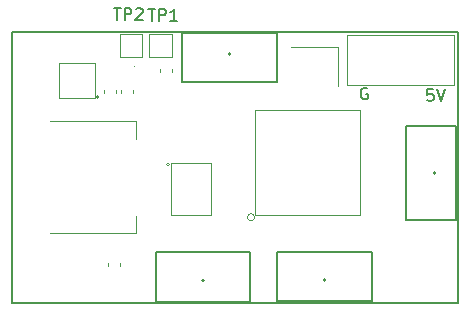
<source format=gbr>
%TF.GenerationSoftware,KiCad,Pcbnew,7.0.6*%
%TF.CreationDate,2024-03-24T10:59:23+08:00*%
%TF.ProjectId,USB3 Hub,55534233-2048-4756-922e-6b696361645f,rev?*%
%TF.SameCoordinates,Original*%
%TF.FileFunction,Legend,Top*%
%TF.FilePolarity,Positive*%
%FSLAX46Y46*%
G04 Gerber Fmt 4.6, Leading zero omitted, Abs format (unit mm)*
G04 Created by KiCad (PCBNEW 7.0.6) date 2024-03-24 10:59:23*
%MOMM*%
%LPD*%
G01*
G04 APERTURE LIST*
%ADD10C,0.150000*%
%ADD11C,0.152400*%
%ADD12C,0.180416*%
%ADD13C,0.120000*%
%ADD14C,0.100000*%
G04 APERTURE END LIST*
D10*
X121860000Y-80280000D02*
X159640000Y-80280000D01*
X159640000Y-103210000D01*
X121860000Y-103210000D01*
X121860000Y-80280000D01*
X157502969Y-85119819D02*
X157026779Y-85119819D01*
X157026779Y-85119819D02*
X156979160Y-85596009D01*
X156979160Y-85596009D02*
X157026779Y-85548390D01*
X157026779Y-85548390D02*
X157122017Y-85500771D01*
X157122017Y-85500771D02*
X157360112Y-85500771D01*
X157360112Y-85500771D02*
X157455350Y-85548390D01*
X157455350Y-85548390D02*
X157502969Y-85596009D01*
X157502969Y-85596009D02*
X157550588Y-85691247D01*
X157550588Y-85691247D02*
X157550588Y-85929342D01*
X157550588Y-85929342D02*
X157502969Y-86024580D01*
X157502969Y-86024580D02*
X157455350Y-86072200D01*
X157455350Y-86072200D02*
X157360112Y-86119819D01*
X157360112Y-86119819D02*
X157122017Y-86119819D01*
X157122017Y-86119819D02*
X157026779Y-86072200D01*
X157026779Y-86072200D02*
X156979160Y-86024580D01*
X157836303Y-85119819D02*
X158169636Y-86119819D01*
X158169636Y-86119819D02*
X158502969Y-85119819D01*
X151950588Y-85047438D02*
X151855350Y-84999819D01*
X151855350Y-84999819D02*
X151712493Y-84999819D01*
X151712493Y-84999819D02*
X151569636Y-85047438D01*
X151569636Y-85047438D02*
X151474398Y-85142676D01*
X151474398Y-85142676D02*
X151426779Y-85237914D01*
X151426779Y-85237914D02*
X151379160Y-85428390D01*
X151379160Y-85428390D02*
X151379160Y-85571247D01*
X151379160Y-85571247D02*
X151426779Y-85761723D01*
X151426779Y-85761723D02*
X151474398Y-85856961D01*
X151474398Y-85856961D02*
X151569636Y-85952200D01*
X151569636Y-85952200D02*
X151712493Y-85999819D01*
X151712493Y-85999819D02*
X151807731Y-85999819D01*
X151807731Y-85999819D02*
X151950588Y-85952200D01*
X151950588Y-85952200D02*
X151998207Y-85904580D01*
X151998207Y-85904580D02*
X151998207Y-85571247D01*
X151998207Y-85571247D02*
X151807731Y-85571247D01*
X130478095Y-78274819D02*
X131049523Y-78274819D01*
X130763809Y-79274819D02*
X130763809Y-78274819D01*
X131382857Y-79274819D02*
X131382857Y-78274819D01*
X131382857Y-78274819D02*
X131763809Y-78274819D01*
X131763809Y-78274819D02*
X131859047Y-78322438D01*
X131859047Y-78322438D02*
X131906666Y-78370057D01*
X131906666Y-78370057D02*
X131954285Y-78465295D01*
X131954285Y-78465295D02*
X131954285Y-78608152D01*
X131954285Y-78608152D02*
X131906666Y-78703390D01*
X131906666Y-78703390D02*
X131859047Y-78751009D01*
X131859047Y-78751009D02*
X131763809Y-78798628D01*
X131763809Y-78798628D02*
X131382857Y-78798628D01*
X132335238Y-78370057D02*
X132382857Y-78322438D01*
X132382857Y-78322438D02*
X132478095Y-78274819D01*
X132478095Y-78274819D02*
X132716190Y-78274819D01*
X132716190Y-78274819D02*
X132811428Y-78322438D01*
X132811428Y-78322438D02*
X132859047Y-78370057D01*
X132859047Y-78370057D02*
X132906666Y-78465295D01*
X132906666Y-78465295D02*
X132906666Y-78560533D01*
X132906666Y-78560533D02*
X132859047Y-78703390D01*
X132859047Y-78703390D02*
X132287619Y-79274819D01*
X132287619Y-79274819D02*
X132906666Y-79274819D01*
X133398095Y-78344819D02*
X133969523Y-78344819D01*
X133683809Y-79344819D02*
X133683809Y-78344819D01*
X134302857Y-79344819D02*
X134302857Y-78344819D01*
X134302857Y-78344819D02*
X134683809Y-78344819D01*
X134683809Y-78344819D02*
X134779047Y-78392438D01*
X134779047Y-78392438D02*
X134826666Y-78440057D01*
X134826666Y-78440057D02*
X134874285Y-78535295D01*
X134874285Y-78535295D02*
X134874285Y-78678152D01*
X134874285Y-78678152D02*
X134826666Y-78773390D01*
X134826666Y-78773390D02*
X134779047Y-78821009D01*
X134779047Y-78821009D02*
X134683809Y-78868628D01*
X134683809Y-78868628D02*
X134302857Y-78868628D01*
X135826666Y-79344819D02*
X135255238Y-79344819D01*
X135540952Y-79344819D02*
X135540952Y-78344819D01*
X135540952Y-78344819D02*
X135445714Y-78487676D01*
X135445714Y-78487676D02*
X135350476Y-78582914D01*
X135350476Y-78582914D02*
X135255238Y-78630533D01*
D11*
%TO.C,J5*%
X134010000Y-98910000D02*
X134010000Y-103110000D01*
X134010000Y-103110000D02*
X142010000Y-103110000D01*
X142010000Y-98910000D02*
X134010000Y-98910000D01*
X142010000Y-103110000D02*
X142010000Y-98910000D01*
D12*
X138100208Y-101310000D02*
G75*
G03*
X138100208Y-101310000I-90208J0D01*
G01*
D13*
%TO.C,Y1*%
X149440000Y-84830000D02*
X149440000Y-81530000D01*
X149440000Y-81530000D02*
X145440000Y-81530000D01*
%TO.C,TP2*%
X130970000Y-80480000D02*
X132870000Y-80480000D01*
X130970000Y-82380000D02*
X130970000Y-80480000D01*
X132870000Y-80480000D02*
X132870000Y-82380000D01*
X132870000Y-82380000D02*
X130970000Y-82380000D01*
D14*
%TO.C,U3*%
X125840000Y-85890000D02*
X128840000Y-85890000D01*
X128840000Y-85890000D02*
X128840000Y-82890000D01*
X128840000Y-82890000D02*
X125840000Y-82890000D01*
X125840000Y-82890000D02*
X125840000Y-85890000D01*
X129220384Y-85780000D02*
G75*
G03*
X129220384Y-85780000I-130384J0D01*
G01*
D13*
%TO.C,TP1*%
X133490000Y-80470000D02*
X135390000Y-80470000D01*
X133490000Y-82370000D02*
X133490000Y-80470000D01*
X135390000Y-80470000D02*
X135390000Y-82370000D01*
X135390000Y-82370000D02*
X133490000Y-82370000D01*
%TO.C,C1*%
X129620000Y-85450580D02*
X129620000Y-85169420D01*
X130640000Y-85450580D02*
X130640000Y-85169420D01*
D11*
%TO.C,J3*%
X155230000Y-96210000D02*
X159430000Y-96210000D01*
X159430000Y-96210000D02*
X159430000Y-88210000D01*
X155230000Y-88210000D02*
X155230000Y-96210000D01*
X159430000Y-88210000D02*
X155230000Y-88210000D01*
D12*
X157720208Y-92210000D02*
G75*
G03*
X157720208Y-92210000I-90208J0D01*
G01*
D14*
%TO.C,D12*%
X134780000Y-98310000D02*
G75*
G03*
X134780000Y-98310000I-50000J0D01*
G01*
%TO.C,U1*%
X135300000Y-91370000D02*
X138700000Y-91370000D01*
X138700000Y-91370000D02*
X138700000Y-95770000D01*
X138700000Y-95770000D02*
X135300000Y-95770000D01*
X135300000Y-95770000D02*
X135300000Y-91370000D01*
X135216015Y-91500000D02*
G75*
G03*
X135216015Y-91500000I-136015J0D01*
G01*
%TO.C,U2*%
X142420000Y-86860000D02*
X151320000Y-86860000D01*
X151320000Y-86860000D02*
X151320000Y-95760000D01*
X151320000Y-95760000D02*
X142420000Y-95760000D01*
X142420000Y-95760000D02*
X142420000Y-86860000D01*
X142396105Y-95976104D02*
G75*
G03*
X142396105Y-95976104I-306105J0D01*
G01*
D13*
%TO.C,J1*%
X132350000Y-87830000D02*
X125090000Y-87830000D01*
X132350000Y-87830000D02*
X132350000Y-89330000D01*
X132350000Y-95830000D02*
X132350000Y-97330000D01*
X132350000Y-97330000D02*
X125090000Y-97330000D01*
%TO.C,C32*%
X135410000Y-83399420D02*
X135410000Y-83680580D01*
X134390000Y-83399420D02*
X134390000Y-83680580D01*
D14*
%TO.C,J6*%
X159255000Y-84810000D02*
X150205000Y-84810000D01*
X150205000Y-84810000D02*
X150205000Y-80530000D01*
X150205000Y-80530000D02*
X159255000Y-80530000D01*
X159255000Y-80530000D02*
X159255000Y-84810000D01*
%TO.C,D1*%
X132230000Y-83190000D02*
G75*
G03*
X132230000Y-83190000I-50000J0D01*
G01*
D11*
%TO.C,J4*%
X144330000Y-98890000D02*
X144330000Y-103090000D01*
X144330000Y-103090000D02*
X152330000Y-103090000D01*
X152330000Y-98890000D02*
X144330000Y-98890000D01*
X152330000Y-103090000D02*
X152330000Y-98890000D01*
D12*
X148420208Y-101290000D02*
G75*
G03*
X148420208Y-101290000I-90208J0D01*
G01*
D13*
%TO.C,C2*%
X131100000Y-85470580D02*
X131100000Y-85189420D01*
X132120000Y-85470580D02*
X132120000Y-85189420D01*
%TO.C,C43*%
X131010000Y-99839420D02*
X131010000Y-100120580D01*
X129990000Y-99839420D02*
X129990000Y-100120580D01*
D11*
%TO.C,J2*%
X144270000Y-84560000D02*
X144270000Y-80360000D01*
X144270000Y-80360000D02*
X136270000Y-80360000D01*
X136270000Y-84560000D02*
X144270000Y-84560000D01*
X136270000Y-80360000D02*
X136270000Y-84560000D01*
D12*
X140360208Y-82160000D02*
G75*
G03*
X140360208Y-82160000I-90208J0D01*
G01*
%TD*%
M02*

</source>
